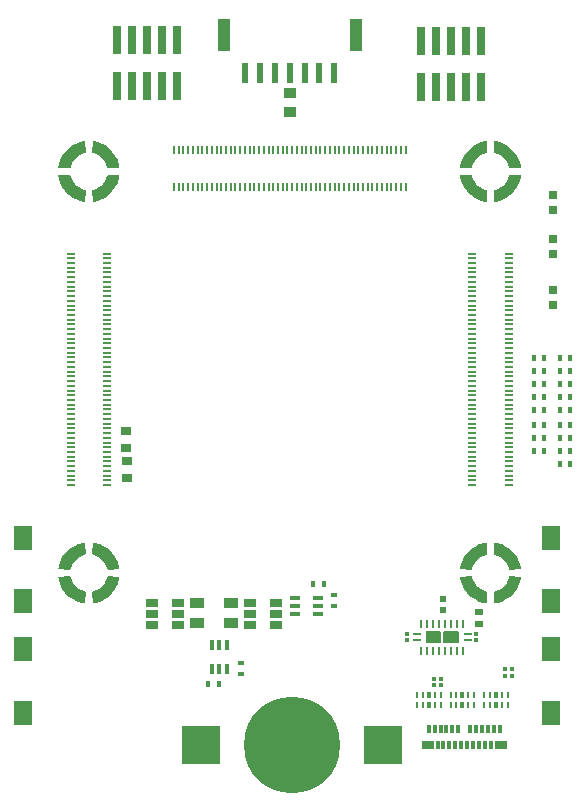
<source format=gtp>
G04*
G04 #@! TF.GenerationSoftware,Altium Limited,Altium Designer,22.3.1 (43)*
G04*
G04 Layer_Color=8421504*
%FSLAX44Y44*%
%MOMM*%
G71*
G04*
G04 #@! TF.SameCoordinates,1EA146FA-79B1-4300-8D41-9773874625C2*
G04*
G04*
G04 #@! TF.FilePolarity,Positive*
G04*
G01*
G75*
%ADD18R,1.5000X2.0000*%
%ADD19R,0.7000X0.1800*%
%ADD20R,0.1800X0.7000*%
%ADD21R,1.0000X2.7000*%
%ADD22R,0.6000X1.7000*%
%ADD23R,0.4500X0.5500*%
%ADD24R,0.3200X0.3600*%
G04:AMPARAMS|DCode=25|XSize=0.25mm|YSize=0.6mm|CornerRadius=0.025mm|HoleSize=0mm|Usage=FLASHONLY|Rotation=0.000|XOffset=0mm|YOffset=0mm|HoleType=Round|Shape=RoundedRectangle|*
%AMROUNDEDRECTD25*
21,1,0.2500,0.5500,0,0,0.0*
21,1,0.2000,0.6000,0,0,0.0*
1,1,0.0500,0.1000,-0.2750*
1,1,0.0500,-0.1000,-0.2750*
1,1,0.0500,-0.1000,0.2750*
1,1,0.0500,0.1000,0.2750*
%
%ADD25ROUNDEDRECTD25*%
G04:AMPARAMS|DCode=26|XSize=0.25mm|YSize=0.6mm|CornerRadius=0.025mm|HoleSize=0mm|Usage=FLASHONLY|Rotation=270.000|XOffset=0mm|YOffset=0mm|HoleType=Round|Shape=RoundedRectangle|*
%AMROUNDEDRECTD26*
21,1,0.2500,0.5500,0,0,270.0*
21,1,0.2000,0.6000,0,0,270.0*
1,1,0.0500,-0.2750,-0.1000*
1,1,0.0500,-0.2750,0.1000*
1,1,0.0500,0.2750,0.1000*
1,1,0.0500,0.2750,-0.1000*
%
%ADD26ROUNDEDRECTD26*%
G04:AMPARAMS|DCode=27|XSize=0.2mm|YSize=0.565mm|CornerRadius=0.05mm|HoleSize=0mm|Usage=FLASHONLY|Rotation=0.000|XOffset=0mm|YOffset=0mm|HoleType=Round|Shape=RoundedRectangle|*
%AMROUNDEDRECTD27*
21,1,0.2000,0.4650,0,0,0.0*
21,1,0.1000,0.5650,0,0,0.0*
1,1,0.1000,0.0500,-0.2325*
1,1,0.1000,-0.0500,-0.2325*
1,1,0.1000,-0.0500,0.2325*
1,1,0.1000,0.0500,0.2325*
%
%ADD27ROUNDEDRECTD27*%
G04:AMPARAMS|DCode=28|XSize=0.4mm|YSize=0.565mm|CornerRadius=0.05mm|HoleSize=0mm|Usage=FLASHONLY|Rotation=0.000|XOffset=0mm|YOffset=0mm|HoleType=Round|Shape=RoundedRectangle|*
%AMROUNDEDRECTD28*
21,1,0.4000,0.4650,0,0,0.0*
21,1,0.3000,0.5650,0,0,0.0*
1,1,0.1000,0.1500,-0.2325*
1,1,0.1000,-0.1500,-0.2325*
1,1,0.1000,-0.1500,0.2325*
1,1,0.1000,0.1500,0.2325*
%
%ADD28ROUNDEDRECTD28*%
%ADD29R,3.2000X3.2000*%
%ADD30C,8.1300*%
%ADD31R,0.3000X0.7000*%
%ADD32R,1.0000X0.7000*%
%ADD33R,0.8000X0.8000*%
%ADD34R,0.6500X0.5500*%
%ADD35R,0.6200X0.6200*%
%ADD36R,1.3000X0.8500*%
%ADD37R,1.0600X0.6500*%
%ADD38R,0.3500X0.8500*%
%ADD39R,0.5500X0.4500*%
%ADD40R,0.9000X0.7000*%
%ADD41R,0.8500X0.3500*%
%ADD42R,0.7600X2.4000*%
%ADD43R,1.0000X0.9000*%
G36*
X425310Y574848D02*
X429453Y573621D01*
X433337Y571727D01*
X436854Y569218D01*
X439910Y566162D01*
X442419Y562645D01*
X444313Y558761D01*
X445540Y554618D01*
X445803Y552474D01*
X435754Y552084D01*
Y552084D01*
X435496Y553277D01*
X434712Y555589D01*
X433585Y557754D01*
X432141Y559723D01*
X430415Y561449D01*
X428446Y562892D01*
X426281Y564020D01*
X423970Y564804D01*
X422776Y565062D01*
X423166Y575111D01*
X425310Y574848D01*
D02*
G37*
G36*
X417219Y565062D02*
X416025Y564804D01*
X413713Y564020D01*
X411548Y562892D01*
X409580Y561449D01*
X407854Y559723D01*
X406410Y557754D01*
X405283Y555589D01*
X404498Y553277D01*
X404240Y552084D01*
X394191Y552474D01*
X394191D01*
X394454Y554618D01*
X395682Y558761D01*
X397576Y562645D01*
X400085Y566162D01*
X403140Y569218D01*
X406658Y571727D01*
X410541Y573621D01*
X414684Y574848D01*
X416829Y575111D01*
X417219Y565062D01*
D02*
G37*
G36*
X85310Y574848D02*
X89453Y573621D01*
X93337Y571727D01*
X96854Y569218D01*
X99910Y566162D01*
X102419Y562645D01*
X104313Y558761D01*
X105540Y554618D01*
X105803Y552474D01*
X95754Y552084D01*
Y552084D01*
X95496Y553277D01*
X94712Y555589D01*
X93584Y557754D01*
X92141Y559723D01*
X90415Y561449D01*
X88446Y562892D01*
X86281Y564020D01*
X83969Y564804D01*
X82776Y565062D01*
X83166Y575111D01*
X85310Y574848D01*
D02*
G37*
G36*
X77219Y565062D02*
X76025Y564804D01*
X73713Y564020D01*
X71548Y562892D01*
X69580Y561449D01*
X67853Y559723D01*
X66410Y557754D01*
X65283Y555589D01*
X64498Y553277D01*
X64240Y552084D01*
X54191Y552474D01*
X54191D01*
X54454Y554618D01*
X55682Y558761D01*
X57576Y562645D01*
X60085Y566162D01*
X63140Y569218D01*
X66658Y571727D01*
X70541Y573621D01*
X74684Y574848D01*
X76829Y575111D01*
X77219Y565062D01*
D02*
G37*
G36*
X404240Y546527D02*
D01*
X404240D01*
X404240D01*
D02*
G37*
G36*
X422776Y533548D02*
X422776D01*
X422776Y533548D01*
Y533548D01*
D02*
G37*
G36*
X82776D02*
X82776D01*
X82776Y533548D01*
Y533548D01*
D02*
G37*
G36*
X445803Y546137D02*
Y546137D01*
X445540Y543992D01*
X444313Y539849D01*
X442419Y535966D01*
X439910Y532448D01*
X436854Y529393D01*
X433337Y526884D01*
X429453Y524989D01*
X425310Y523762D01*
X423166Y523499D01*
X422776Y533548D01*
X423970Y533806D01*
X426281Y534591D01*
X428446Y535718D01*
X430415Y537161D01*
X432141Y538887D01*
X433585Y540856D01*
X434712Y543021D01*
X435496Y545333D01*
X435754Y546527D01*
X445803Y546137D01*
D02*
G37*
G36*
X404498Y545333D02*
X405283Y543021D01*
X406410Y540856D01*
X407854Y538887D01*
X409580Y537161D01*
X411548Y535718D01*
X413713Y534591D01*
X416025Y533806D01*
X417219Y533548D01*
X416829Y523499D01*
X416829Y523499D01*
X414684Y523762D01*
X410541Y524989D01*
X406658Y526884D01*
X403140Y529393D01*
X400085Y532448D01*
X397576Y535966D01*
X395682Y539849D01*
X394454Y543992D01*
X394191Y546137D01*
X404240Y546527D01*
X404498Y545333D01*
D02*
G37*
G36*
X105803Y546137D02*
Y546137D01*
X105540Y543992D01*
X104313Y539849D01*
X102419Y535966D01*
X99910Y532448D01*
X96854Y529393D01*
X93337Y526884D01*
X89453Y524989D01*
X85310Y523762D01*
X83166Y523499D01*
X82776Y533548D01*
X83969Y533806D01*
X86281Y534591D01*
X88446Y535718D01*
X90415Y537161D01*
X92141Y538887D01*
X93584Y540856D01*
X94712Y543021D01*
X95496Y545333D01*
X95754Y546527D01*
X105803Y546137D01*
D02*
G37*
G36*
X64240Y546527D02*
X64498Y545333D01*
X65283Y543021D01*
X66410Y540856D01*
X67853Y538887D01*
X69580Y537161D01*
X71548Y535718D01*
X73713Y534591D01*
X76025Y533806D01*
X77219Y533548D01*
X76829Y523499D01*
X76829Y523499D01*
X74684Y523762D01*
X70541Y524989D01*
X66658Y526884D01*
X63140Y529393D01*
X60085Y532448D01*
X57576Y535966D01*
X55682Y539849D01*
X54454Y543992D01*
X54191Y546137D01*
X64240Y546527D01*
D01*
X64240D01*
X64240D01*
D02*
G37*
G36*
X425310Y234848D02*
X429453Y233621D01*
X433337Y231727D01*
X436854Y229218D01*
X439910Y226162D01*
X442419Y222645D01*
X444313Y218761D01*
X445540Y214618D01*
X445803Y212474D01*
X435754Y212083D01*
Y212083D01*
X435496Y213277D01*
X434712Y215589D01*
X433585Y217754D01*
X432141Y219723D01*
X430415Y221449D01*
X428446Y222892D01*
X426281Y224020D01*
X423970Y224804D01*
X422776Y225062D01*
X423166Y235111D01*
X425310Y234848D01*
D02*
G37*
G36*
X417219Y225062D02*
X416025Y224804D01*
X413713Y224020D01*
X411548Y222892D01*
X409580Y221449D01*
X407854Y219723D01*
X406410Y217754D01*
X405283Y215589D01*
X404498Y213277D01*
X404240Y212083D01*
X394191Y212474D01*
X394191D01*
X394454Y214618D01*
X395682Y218761D01*
X397576Y222645D01*
X400085Y226162D01*
X403140Y229218D01*
X406658Y231727D01*
X410541Y233621D01*
X414684Y234848D01*
X416829Y235111D01*
X417219Y225062D01*
D02*
G37*
G36*
X85310Y234848D02*
X89453Y233621D01*
X93337Y231727D01*
X96854Y229218D01*
X99910Y226162D01*
X102419Y222645D01*
X104313Y218761D01*
X105540Y214618D01*
X105803Y212474D01*
X95754Y212083D01*
Y212083D01*
X95496Y213277D01*
X94712Y215589D01*
X93584Y217754D01*
X92141Y219723D01*
X90415Y221449D01*
X88446Y222892D01*
X86281Y224020D01*
X83969Y224804D01*
X82776Y225062D01*
X83166Y235111D01*
X85310Y234848D01*
D02*
G37*
G36*
X77219Y225062D02*
X76025Y224804D01*
X73713Y224020D01*
X71548Y222892D01*
X69580Y221449D01*
X67853Y219723D01*
X66410Y217754D01*
X65283Y215589D01*
X64498Y213277D01*
X64240Y212083D01*
X54191Y212474D01*
X54191D01*
X54454Y214618D01*
X55682Y218761D01*
X57576Y222645D01*
X60085Y226162D01*
X63140Y229218D01*
X66658Y231727D01*
X70541Y233621D01*
X74684Y234848D01*
X76829Y235111D01*
X77219Y225062D01*
D02*
G37*
G36*
X404240Y206527D02*
D01*
X404240D01*
X404240D01*
D02*
G37*
G36*
X64240D02*
D01*
X64240D01*
X64240D01*
D02*
G37*
G36*
X445803Y206136D02*
Y206136D01*
X445540Y203992D01*
X444313Y199849D01*
X442419Y195966D01*
X439910Y192448D01*
X436854Y189393D01*
X433337Y186884D01*
X429453Y184989D01*
X425310Y183762D01*
X423166Y183499D01*
X422776Y193548D01*
X422776D01*
X422776Y193548D01*
Y193548D01*
X423970Y193806D01*
X426281Y194591D01*
X428446Y195718D01*
X430415Y197161D01*
X432141Y198888D01*
X433585Y200856D01*
X434712Y203021D01*
X435496Y205333D01*
X435754Y206527D01*
X445803Y206136D01*
D02*
G37*
G36*
X105803D02*
Y206136D01*
X105540Y203992D01*
X104313Y199849D01*
X102419Y195966D01*
X99910Y192448D01*
X96854Y189393D01*
X93337Y186884D01*
X89453Y184989D01*
X85310Y183762D01*
X83166Y183499D01*
X82776Y193548D01*
X82776D01*
X82776Y193548D01*
Y193548D01*
X83969Y193806D01*
X86281Y194591D01*
X88446Y195718D01*
X90415Y197161D01*
X92141Y198888D01*
X93584Y200856D01*
X94712Y203021D01*
X95496Y205333D01*
X95754Y206527D01*
X105803Y206136D01*
D02*
G37*
G36*
X404498Y205333D02*
X405283Y203021D01*
X406410Y200856D01*
X407854Y198888D01*
X409580Y197161D01*
X411548Y195718D01*
X413713Y194591D01*
X416025Y193806D01*
X417219Y193548D01*
X416829Y183499D01*
X416829Y183499D01*
X414684Y183762D01*
X410541Y184989D01*
X406658Y186884D01*
X403140Y189393D01*
X400085Y192448D01*
X397576Y195966D01*
X395682Y199849D01*
X394454Y203992D01*
X394191Y206136D01*
X404240Y206527D01*
X404498Y205333D01*
D02*
G37*
G36*
X64498D02*
X65283Y203021D01*
X66410Y200856D01*
X67853Y198888D01*
X69580Y197161D01*
X71548Y195718D01*
X73713Y194591D01*
X76025Y193806D01*
X77219Y193548D01*
X76829Y183499D01*
X76829Y183499D01*
X74684Y183762D01*
X70541Y184989D01*
X66658Y186884D01*
X63140Y189393D01*
X60085Y192448D01*
X57576Y195966D01*
X55682Y199849D01*
X54454Y203992D01*
X54191Y206136D01*
X64240Y206527D01*
X64498Y205333D01*
D02*
G37*
G36*
X392566Y159848D02*
X392848Y159566D01*
X393000Y159199D01*
Y159000D01*
Y151000D01*
Y150801D01*
X392848Y150434D01*
X392566Y150152D01*
X392199Y150000D01*
X381000D01*
X380801Y150000D01*
X380433Y150152D01*
X380152Y150434D01*
X380000Y150801D01*
Y151000D01*
Y159000D01*
Y159199D01*
X380152Y159566D01*
X380433Y159848D01*
X380801Y160000D01*
X381000Y160000D01*
X392199D01*
X392566Y159848D01*
D02*
G37*
G36*
X377566D02*
X377848Y159566D01*
X378000Y159199D01*
Y159000D01*
Y151000D01*
Y150801D01*
X377848Y150434D01*
X377566Y150152D01*
X377199Y150000D01*
X365801D01*
X365434Y150152D01*
X365152Y150434D01*
X365000Y150801D01*
Y151000D01*
Y159000D01*
Y159199D01*
X365152Y159566D01*
X365433Y159848D01*
X365801Y160000D01*
X377199D01*
X377566Y159848D01*
D02*
G37*
D18*
X471000Y91000D02*
D03*
Y145000D02*
D03*
X471000Y185371D02*
D03*
Y239371D02*
D03*
X24000Y185371D02*
D03*
Y239371D02*
D03*
Y91000D02*
D03*
Y145000D02*
D03*
D19*
X95397Y479775D02*
D03*
X64597D02*
D03*
X95397Y475775D02*
D03*
X64597D02*
D03*
Y471775D02*
D03*
X95397D02*
D03*
Y467775D02*
D03*
X64597D02*
D03*
X95397Y463775D02*
D03*
X64597D02*
D03*
X95397Y459775D02*
D03*
X64597D02*
D03*
X95397Y455775D02*
D03*
X64597D02*
D03*
X95397Y451775D02*
D03*
X64597D02*
D03*
X95397Y447775D02*
D03*
X64597D02*
D03*
Y443775D02*
D03*
X95397D02*
D03*
Y439775D02*
D03*
X64597D02*
D03*
X95397Y435775D02*
D03*
X64597D02*
D03*
Y431775D02*
D03*
X95397D02*
D03*
Y427775D02*
D03*
X64597D02*
D03*
X95397Y423775D02*
D03*
X64597D02*
D03*
Y419775D02*
D03*
X95397D02*
D03*
Y415775D02*
D03*
X64597D02*
D03*
X95397Y411775D02*
D03*
X64597D02*
D03*
X95397Y407775D02*
D03*
X64597D02*
D03*
Y403775D02*
D03*
X95397D02*
D03*
Y399775D02*
D03*
X64597D02*
D03*
Y395775D02*
D03*
X95397D02*
D03*
X64597Y391775D02*
D03*
X95397D02*
D03*
X64597Y387775D02*
D03*
X95397D02*
D03*
X64597Y383775D02*
D03*
X95397D02*
D03*
Y379775D02*
D03*
X64597D02*
D03*
Y375775D02*
D03*
X95397D02*
D03*
X64597Y371775D02*
D03*
X95397D02*
D03*
X64597Y367775D02*
D03*
X95397D02*
D03*
X64597Y363775D02*
D03*
X95397D02*
D03*
X64597Y359775D02*
D03*
X95397D02*
D03*
Y355775D02*
D03*
X64597D02*
D03*
Y351775D02*
D03*
X95397D02*
D03*
Y347775D02*
D03*
X64597D02*
D03*
X95397Y343775D02*
D03*
X64597D02*
D03*
X95397Y339775D02*
D03*
X64597D02*
D03*
X95397Y335775D02*
D03*
X64597D02*
D03*
Y331775D02*
D03*
X95397D02*
D03*
Y327775D02*
D03*
X64597D02*
D03*
X95397Y323775D02*
D03*
X64597D02*
D03*
X95397Y319775D02*
D03*
X64597D02*
D03*
X95397Y315775D02*
D03*
X64597D02*
D03*
X95397Y311775D02*
D03*
X64597D02*
D03*
X95397Y307775D02*
D03*
X64597D02*
D03*
X95397Y303775D02*
D03*
X64597D02*
D03*
X95397Y299775D02*
D03*
X64597D02*
D03*
X95397Y295775D02*
D03*
X64597D02*
D03*
X95397Y291775D02*
D03*
X64597D02*
D03*
X95397Y287775D02*
D03*
X64597D02*
D03*
X95397Y283775D02*
D03*
X64597D02*
D03*
X404597Y283774D02*
D03*
X435397D02*
D03*
X404597Y287774D02*
D03*
X435397D02*
D03*
X404597Y291774D02*
D03*
X435397D02*
D03*
X404597Y295774D02*
D03*
X435397D02*
D03*
X404597Y299774D02*
D03*
X435397D02*
D03*
X404597Y303774D02*
D03*
X435397D02*
D03*
X404597Y307774D02*
D03*
X435397D02*
D03*
X404597Y311774D02*
D03*
X435397D02*
D03*
X404597Y315774D02*
D03*
X435397D02*
D03*
X404597Y319774D02*
D03*
X435397D02*
D03*
X404597Y323774D02*
D03*
X435397D02*
D03*
X404597Y327774D02*
D03*
X435397D02*
D03*
Y331774D02*
D03*
X404597D02*
D03*
Y335774D02*
D03*
X435397D02*
D03*
X404597Y339774D02*
D03*
X435397D02*
D03*
X404597Y343774D02*
D03*
X435397D02*
D03*
X404597Y347774D02*
D03*
X435397D02*
D03*
Y351774D02*
D03*
X404597D02*
D03*
Y355774D02*
D03*
X435397D02*
D03*
Y359774D02*
D03*
X404597D02*
D03*
X435397Y363774D02*
D03*
X404597D02*
D03*
X435397Y367774D02*
D03*
X404597D02*
D03*
X435397Y371774D02*
D03*
X404597D02*
D03*
X435397Y375774D02*
D03*
X404597D02*
D03*
Y379774D02*
D03*
X435397D02*
D03*
Y383774D02*
D03*
X404597D02*
D03*
X435397Y387774D02*
D03*
X404597D02*
D03*
X435397Y391774D02*
D03*
X404597D02*
D03*
X435397Y395774D02*
D03*
X404597D02*
D03*
Y399774D02*
D03*
X435397D02*
D03*
Y403774D02*
D03*
X404597D02*
D03*
Y407774D02*
D03*
X435397D02*
D03*
X404597Y411774D02*
D03*
X435397D02*
D03*
X404597Y415774D02*
D03*
X435397D02*
D03*
Y419774D02*
D03*
X404597D02*
D03*
Y423774D02*
D03*
X435397D02*
D03*
X404597Y427774D02*
D03*
X435397D02*
D03*
Y431774D02*
D03*
X404597D02*
D03*
Y435774D02*
D03*
X435397D02*
D03*
X404597Y439774D02*
D03*
X435397D02*
D03*
Y443774D02*
D03*
X404597D02*
D03*
Y447774D02*
D03*
X435397D02*
D03*
X404597Y451774D02*
D03*
X435397D02*
D03*
X404597Y455774D02*
D03*
X435397D02*
D03*
X404597Y459774D02*
D03*
X435397D02*
D03*
X404597Y463774D02*
D03*
X435397D02*
D03*
X404597Y467774D02*
D03*
X435397D02*
D03*
Y471774D02*
D03*
X404597D02*
D03*
Y475774D02*
D03*
X435397D02*
D03*
X404597Y479774D02*
D03*
X435397D02*
D03*
D20*
X347997Y536375D02*
D03*
Y567175D02*
D03*
X343997Y536375D02*
D03*
Y567175D02*
D03*
X339997D02*
D03*
Y536375D02*
D03*
X335997D02*
D03*
Y567175D02*
D03*
X331997Y536375D02*
D03*
Y567175D02*
D03*
X327997Y536375D02*
D03*
Y567175D02*
D03*
X323997Y536375D02*
D03*
Y567175D02*
D03*
X319997Y536375D02*
D03*
Y567175D02*
D03*
X315997Y536375D02*
D03*
Y567175D02*
D03*
X311997D02*
D03*
Y536375D02*
D03*
X307997D02*
D03*
Y567175D02*
D03*
X303997Y536375D02*
D03*
Y567175D02*
D03*
X299997D02*
D03*
Y536375D02*
D03*
X295997D02*
D03*
Y567175D02*
D03*
X291997Y536375D02*
D03*
Y567175D02*
D03*
X287997D02*
D03*
Y536375D02*
D03*
X283997D02*
D03*
Y567175D02*
D03*
X279997Y536375D02*
D03*
Y567175D02*
D03*
X275997Y536375D02*
D03*
Y567175D02*
D03*
X271997D02*
D03*
Y536375D02*
D03*
X267997D02*
D03*
Y567175D02*
D03*
X263997D02*
D03*
Y536375D02*
D03*
X259997Y567175D02*
D03*
Y536375D02*
D03*
X255997Y567175D02*
D03*
Y536375D02*
D03*
X251997Y567175D02*
D03*
Y536375D02*
D03*
X247997D02*
D03*
Y567175D02*
D03*
X243997D02*
D03*
Y536375D02*
D03*
X239997Y567175D02*
D03*
Y536375D02*
D03*
X235997Y567175D02*
D03*
Y536375D02*
D03*
X231997Y567175D02*
D03*
Y536375D02*
D03*
X227997Y567175D02*
D03*
Y536375D02*
D03*
X223997D02*
D03*
Y567175D02*
D03*
X219997D02*
D03*
Y536375D02*
D03*
X215997D02*
D03*
Y567175D02*
D03*
X211997Y536375D02*
D03*
Y567175D02*
D03*
X207997Y536375D02*
D03*
Y567175D02*
D03*
X203997Y536375D02*
D03*
Y567175D02*
D03*
X199997D02*
D03*
Y536375D02*
D03*
X195997D02*
D03*
Y567175D02*
D03*
X191997Y536375D02*
D03*
Y567175D02*
D03*
X187997Y536375D02*
D03*
Y567175D02*
D03*
X183997Y536375D02*
D03*
Y567175D02*
D03*
X179997Y536375D02*
D03*
Y567175D02*
D03*
X175997Y536375D02*
D03*
Y567175D02*
D03*
X171997Y536375D02*
D03*
Y567175D02*
D03*
X167997Y536375D02*
D03*
Y567175D02*
D03*
X163997Y536375D02*
D03*
Y567175D02*
D03*
X159997Y536375D02*
D03*
Y567175D02*
D03*
X155997Y536375D02*
D03*
Y567175D02*
D03*
X151997Y536375D02*
D03*
Y567175D02*
D03*
D21*
X306000Y665000D02*
D03*
X194000D02*
D03*
D22*
X212500Y633000D02*
D03*
X237500D02*
D03*
X262500D02*
D03*
X287500D02*
D03*
X275000D02*
D03*
X225000D02*
D03*
X250000D02*
D03*
D23*
X465500Y380000D02*
D03*
X456500D02*
D03*
X487500Y391000D02*
D03*
X478500D02*
D03*
X487500Y380000D02*
D03*
X478500D02*
D03*
X487500Y369000D02*
D03*
X478500D02*
D03*
X487500Y358000D02*
D03*
X478500D02*
D03*
X487500Y347000D02*
D03*
X478500D02*
D03*
X487500Y335000D02*
D03*
X478500D02*
D03*
X487500Y324000D02*
D03*
X478500D02*
D03*
X487500Y313000D02*
D03*
X478500D02*
D03*
X487500Y302000D02*
D03*
X478500D02*
D03*
X456500Y391000D02*
D03*
X465500D02*
D03*
X456500Y369000D02*
D03*
X465500D02*
D03*
X456500Y358000D02*
D03*
X465500D02*
D03*
X456500Y347000D02*
D03*
X465500D02*
D03*
X456500Y335000D02*
D03*
X465500D02*
D03*
X456500Y324000D02*
D03*
X465500D02*
D03*
X456500Y313000D02*
D03*
X465500D02*
D03*
X190000Y115500D02*
D03*
X181000D02*
D03*
X269961Y200057D02*
D03*
X278961D02*
D03*
D24*
X378424Y114274D02*
D03*
Y119873D02*
D03*
X431932Y128096D02*
D03*
Y122496D02*
D03*
X437929Y128096D02*
D03*
Y122496D02*
D03*
X372314Y119873D02*
D03*
Y114274D02*
D03*
X349000Y157800D02*
D03*
Y152200D02*
D03*
X408000Y157800D02*
D03*
Y152200D02*
D03*
D25*
X391500Y143500D02*
D03*
X396500D02*
D03*
X371500D02*
D03*
X376500Y143500D02*
D03*
X381500D02*
D03*
X386500Y143500D02*
D03*
X361500D02*
D03*
X366500D02*
D03*
X361500Y166500D02*
D03*
X376500D02*
D03*
X381500D02*
D03*
X396500D02*
D03*
X371500D02*
D03*
X366500D02*
D03*
X391500D02*
D03*
X386500D02*
D03*
D26*
X400500Y157500D02*
D03*
Y152500D02*
D03*
X357500D02*
D03*
Y157500D02*
D03*
D27*
X414665Y106052D02*
D03*
X419665D02*
D03*
X429665D02*
D03*
X434665D02*
D03*
Y97702D02*
D03*
X429665D02*
D03*
X419665D02*
D03*
X414665D02*
D03*
X406114Y97467D02*
D03*
X401114D02*
D03*
X391114D02*
D03*
X386114D02*
D03*
Y105817D02*
D03*
X391114D02*
D03*
X401114D02*
D03*
X406114D02*
D03*
X357755Y105698D02*
D03*
X362755D02*
D03*
X372755D02*
D03*
X377755D02*
D03*
Y97348D02*
D03*
X372755D02*
D03*
X362755D02*
D03*
X357755D02*
D03*
D28*
X424665Y106052D02*
D03*
Y97702D02*
D03*
X396114Y97467D02*
D03*
Y105817D02*
D03*
X367755Y105698D02*
D03*
Y97348D02*
D03*
D29*
X175050Y64000D02*
D03*
X328950D02*
D03*
D30*
X252000D02*
D03*
D31*
X420124Y63994D02*
D03*
X415124D02*
D03*
X367624Y76995D02*
D03*
X372624D02*
D03*
X377624D02*
D03*
X382624D02*
D03*
X387624D02*
D03*
X392624D02*
D03*
X402624D02*
D03*
X407624D02*
D03*
X412624D02*
D03*
X417624D02*
D03*
X422624D02*
D03*
X427624D02*
D03*
X410124Y63994D02*
D03*
X405124D02*
D03*
X400124D02*
D03*
X395124D02*
D03*
X390124D02*
D03*
X385124D02*
D03*
X380124D02*
D03*
X375124D02*
D03*
D32*
X428624D02*
D03*
X366624D02*
D03*
D33*
X473000Y479750D02*
D03*
Y492250D02*
D03*
Y436500D02*
D03*
Y449000D02*
D03*
Y529250D02*
D03*
Y516750D02*
D03*
D34*
X410500Y176000D02*
D03*
Y166000D02*
D03*
D35*
X380000Y187000D02*
D03*
Y178000D02*
D03*
D36*
X171173Y166618D02*
D03*
Y183618D02*
D03*
X200183Y183624D02*
D03*
Y166624D02*
D03*
D37*
X155573Y184224D02*
D03*
Y174724D02*
D03*
Y165224D02*
D03*
X133573D02*
D03*
Y174724D02*
D03*
Y184224D02*
D03*
X216248Y165230D02*
D03*
Y174730D02*
D03*
Y184230D02*
D03*
X238248D02*
D03*
Y174730D02*
D03*
Y165230D02*
D03*
D38*
X184000Y128000D02*
D03*
X190500D02*
D03*
X197000D02*
D03*
Y148000D02*
D03*
X184000D02*
D03*
X190500D02*
D03*
D39*
X208500Y124000D02*
D03*
Y133000D02*
D03*
X287410Y181371D02*
D03*
Y190371D02*
D03*
D40*
X111873Y304007D02*
D03*
Y290007D02*
D03*
X111761Y315311D02*
D03*
Y329311D02*
D03*
D41*
X274321Y174920D02*
D03*
Y181420D02*
D03*
Y187920D02*
D03*
X254321D02*
D03*
Y174920D02*
D03*
Y181420D02*
D03*
D42*
X154769Y660474D02*
D03*
X142069D02*
D03*
X129369D02*
D03*
X116669D02*
D03*
X103969D02*
D03*
X154769Y621474D02*
D03*
X142069D02*
D03*
X129369D02*
D03*
X116669D02*
D03*
X103969D02*
D03*
X361020Y620594D02*
D03*
X373720D02*
D03*
X386420D02*
D03*
X399120D02*
D03*
X411820D02*
D03*
X361020Y659594D02*
D03*
X373720D02*
D03*
X386420D02*
D03*
X399120D02*
D03*
X411820D02*
D03*
D43*
X249800Y599700D02*
D03*
Y615700D02*
D03*
M02*

</source>
